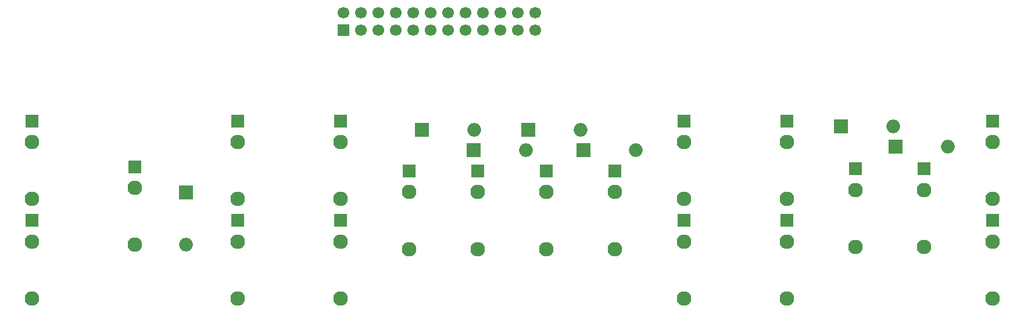
<source format=gbr>
%TF.GenerationSoftware,KiCad,Pcbnew,9.0.1*%
%TF.CreationDate,2025-10-08T12:17:04+01:00*%
%TF.ProjectId,WEASEL_KiCad_virtualModMatrix,57454153-454c-45f4-9b69-4361645f7669,rev?*%
%TF.SameCoordinates,Original*%
%TF.FileFunction,Soldermask,Bot*%
%TF.FilePolarity,Negative*%
%FSLAX46Y46*%
G04 Gerber Fmt 4.6, Leading zero omitted, Abs format (unit mm)*
G04 Created by KiCad (PCBNEW 9.0.1) date 2025-10-08 12:17:04*
%MOMM*%
%LPD*%
G01*
G04 APERTURE LIST*
%ADD10C,2.130000*%
%ADD11R,1.930000X1.830000*%
%ADD12R,1.700000X1.700000*%
%ADD13C,1.700000*%
%ADD14R,2.000000X2.000000*%
%ADD15O,2.000000X2.000000*%
G04 APERTURE END LIST*
D10*
%TO.C,J15*%
X135500000Y-49320000D03*
X135500000Y-57620000D03*
D11*
X135500000Y-46220000D03*
%TD*%
%TO.C,J24*%
X165500000Y-60720000D03*
D10*
X165500000Y-72120000D03*
X165500000Y-63820000D03*
%TD*%
D11*
%TO.C,J23*%
X120500000Y-60720000D03*
D10*
X120500000Y-72120000D03*
X120500000Y-63820000D03*
%TD*%
D11*
%TO.C,J22*%
X55500000Y-60720000D03*
D10*
X55500000Y-72120000D03*
X55500000Y-63820000D03*
%TD*%
D11*
%TO.C,J21*%
X165500000Y-46220000D03*
D10*
X165500000Y-57620000D03*
X165500000Y-49320000D03*
%TD*%
D11*
%TO.C,J20*%
X120500000Y-46220000D03*
D10*
X120500000Y-57620000D03*
X120500000Y-49320000D03*
%TD*%
D11*
%TO.C,J19*%
X55500000Y-46220000D03*
D10*
X55500000Y-57620000D03*
X55500000Y-49320000D03*
%TD*%
D11*
%TO.C,J18*%
X135500000Y-60720000D03*
D10*
X135500000Y-72120000D03*
X135500000Y-63820000D03*
%TD*%
D11*
%TO.C,J17*%
X70500000Y-60720000D03*
D10*
X70500000Y-72120000D03*
X70500000Y-63820000D03*
%TD*%
D11*
%TO.C,J16*%
X25500000Y-60720000D03*
D10*
X25500000Y-72120000D03*
X25500000Y-63820000D03*
%TD*%
D11*
%TO.C,J14*%
X70500000Y-46220000D03*
D10*
X70500000Y-57620000D03*
X70500000Y-49320000D03*
%TD*%
D11*
%TO.C,J10*%
X155500000Y-53220000D03*
D10*
X155500000Y-64620000D03*
X155500000Y-56320000D03*
%TD*%
D11*
%TO.C,J9*%
X145500000Y-53220000D03*
D10*
X145500000Y-64620000D03*
X145500000Y-56320000D03*
%TD*%
D11*
%TO.C,J8*%
X110500000Y-53520000D03*
D10*
X110500000Y-64920000D03*
X110500000Y-56620000D03*
%TD*%
D11*
%TO.C,J7*%
X100500000Y-53520000D03*
D10*
X100500000Y-64920000D03*
X100500000Y-56620000D03*
%TD*%
D11*
%TO.C,J6*%
X90500000Y-53520000D03*
D10*
X90500000Y-64920000D03*
X90500000Y-56620000D03*
%TD*%
D11*
%TO.C,J5*%
X80500000Y-53520000D03*
D10*
X80500000Y-64920000D03*
X80500000Y-56620000D03*
%TD*%
D11*
%TO.C,J4*%
X40500000Y-52920000D03*
D10*
X40500000Y-64320000D03*
X40500000Y-56020000D03*
%TD*%
D11*
%TO.C,J3*%
X25500000Y-46220000D03*
D10*
X25500000Y-57620000D03*
X25500000Y-49320000D03*
%TD*%
D12*
%TO.C,J1*%
X70880000Y-33000000D03*
D13*
X70880000Y-30460000D03*
X73420000Y-33000000D03*
X73420000Y-30460000D03*
X75960000Y-33000000D03*
X75960000Y-30460000D03*
X78500000Y-33000000D03*
X78500000Y-30460000D03*
X81040000Y-33000000D03*
X81040000Y-30460000D03*
X83580000Y-33000000D03*
X83580000Y-30460000D03*
X86120000Y-33000000D03*
X86120000Y-30460000D03*
X88660000Y-33000000D03*
X88660000Y-30460000D03*
X91200000Y-33000000D03*
X91200000Y-30460000D03*
X93740000Y-33000000D03*
X93740000Y-30460000D03*
X96280000Y-33000000D03*
X96280000Y-30460000D03*
X98820000Y-33000000D03*
X98820000Y-30460000D03*
%TD*%
D14*
%TO.C,D8*%
X151380000Y-50000000D03*
D15*
X159000000Y-50000000D03*
%TD*%
D14*
%TO.C,D7*%
X143380000Y-47000000D03*
D15*
X151000000Y-47000000D03*
%TD*%
D14*
%TO.C,D6*%
X105880000Y-50500000D03*
D15*
X113500000Y-50500000D03*
%TD*%
D14*
%TO.C,D4*%
X97880000Y-47500000D03*
D15*
X105500000Y-47500000D03*
%TD*%
D14*
%TO.C,D3*%
X89880000Y-50500000D03*
D15*
X97500000Y-50500000D03*
%TD*%
D14*
%TO.C,D2*%
X82380000Y-47500000D03*
D15*
X90000000Y-47500000D03*
%TD*%
D14*
%TO.C,D1*%
X48000000Y-56690000D03*
D15*
X48000000Y-64310000D03*
%TD*%
M02*

</source>
